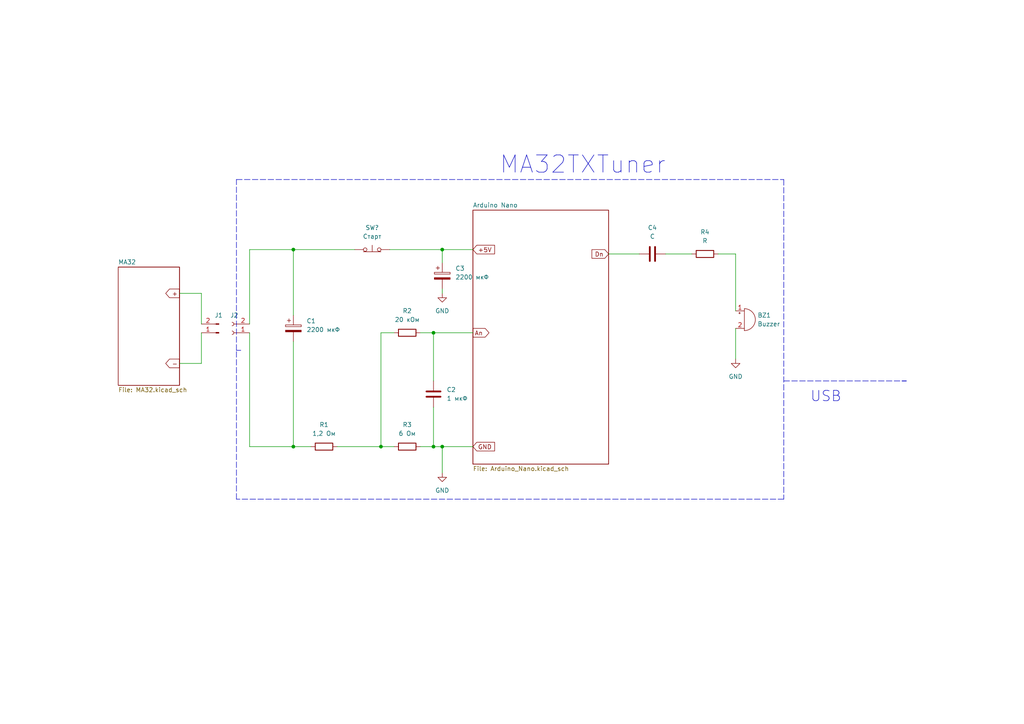
<source format=kicad_sch>
(kicad_sch (version 20211123) (generator eeschema)
  (paper "A4")
  (lib_symbols
    (symbol "Connector:Conn_01x02_Female" (pin_names (offset 1.016) hide)
      (property "Reference" "J" (at 0 2.54 0))
      (property "Value" "Conn_01x02_Female" (at 0 -5.08 0))
      (symbol "Conn_01x02_Female_1_1"
        (arc (start 0 -2.032) (mid -0.508 -2.54) (end 0 -3.048) (stroke (width 0.1524)))
        (polyline (pts (xy -1.27 -2.54) (xy -0.508 -2.54)) (stroke (width 0.1524)))
        (polyline (pts (xy -1.27 0) (xy -0.508 0)) (stroke (width 0.1524)))
        (arc (start 0 0.508) (mid -0.508 0) (end 0 -0.508) (stroke (width 0.1524)))
        (pin passive line (at -5.08 0 0) (length 3.81) (name "Pin_1") (number "1"))
        (pin passive line (at -5.08 -2.54 0) (length 3.81) (name "Pin_2") (number "2"))
      )
    )
    (symbol "Connector:Conn_01x02_Male" (pin_names (offset 1.016) hide)
      (property "Reference" "J" (at 0 2.54 0))
      (property "Value" "Conn_01x02_Male" (at 0 -5.08 0))
      (symbol "Conn_01x02_Male_1_1"
        (polyline (pts (xy 1.27 -2.54) (xy 0.8636 -2.54)) (stroke (width 0.1524)))
        (polyline (pts (xy 1.27 0) (xy 0.8636 0)) (stroke (width 0.1524)))
        (rectangle (start 0.8636 -2.413) (end 0 -2.667) (stroke (width 0.1524)) (fill (type outline)))
        (rectangle (start 0.8636 0.127) (end 0 -0.127) (stroke (width 0.1524)) (fill (type outline)))
        (pin passive line (at 5.08 0 180) (length 3.81) (name "Pin_1") (number "1"))
        (pin passive line (at 5.08 -2.54 180) (length 3.81) (name "Pin_2") (number "2"))
      )
    )
    (symbol "Device:Buzzer" (pin_names (offset 0.0254) hide)
      (property "Reference" "BZ" (at 3.81 1.27 0))
      (property "Value" "Buzzer" (at 3.81 -1.27 0))
      (symbol "Buzzer_0_1"
        (arc (start 0 -3.175) (mid 3.175 0) (end 0 3.175))
        (polyline (pts (xy -1.651 1.905) (xy -1.143 1.905)))
        (polyline (pts (xy -1.397 2.159) (xy -1.397 1.651)))
        (polyline (pts (xy 0 3.175) (xy 0 -3.175)))
      )
      (symbol "Buzzer_1_1"
        (pin passive line (at -2.54 2.54 0) (length 2.54) (name "-") (number "1"))
        (pin passive line (at -2.54 -2.54 0) (length 2.54) (name "+") (number "2"))
      )
    )
    (symbol "Device:C" (pin_numbers hide) (pin_names (offset 0.254))
      (property "Reference" "C" (at 0.635 2.54 0))
      (property "Value" "C" (at 0.635 -2.54 0))
      (symbol "C_0_1"
        (polyline (pts (xy -2.032 -0.762) (xy 2.032 -0.762)) (stroke (width 0.508)))
        (polyline (pts (xy -2.032 0.762) (xy 2.032 0.762)) (stroke (width 0.508)))
      )
      (symbol "C_1_1"
        (pin passive line (at 0 3.81 270) (length 2.794) (name "~") (number "1"))
        (pin passive line (at 0 -3.81 90) (length 2.794) (name "~") (number "2"))
      )
    )
    (symbol "Device:C_Polarized" (pin_numbers hide) (pin_names (offset 0.254))
      (property "Reference" "C" (at 0.635 2.54 0))
      (property "Value" "C_Polarized" (at 0.635 -2.54 0))
      (symbol "C_Polarized_0_1"
        (rectangle (start -2.286 0.508) (end 2.286 1.016))
        (polyline (pts (xy -1.778 2.286) (xy -0.762 2.286)))
        (polyline (pts (xy -1.27 2.794) (xy -1.27 1.778)))
        (rectangle (start 2.286 -0.508) (end -2.286 -1.016) (fill (type outline)))
      )
      (symbol "C_Polarized_1_1"
        (pin passive line (at 0 3.81 270) (length 2.794) (name "~") (number "1"))
        (pin passive line (at 0 -3.81 90) (length 2.794) (name "~") (number "2"))
      )
    )
    (symbol "Device:R" (pin_numbers hide) (pin_names (offset 0))
      (property "Reference" "R" (at 2.032 0 90))
      (property "Value" "R" (at 0 0 90))
      (symbol "R_0_1"
        (rectangle (start -1.016 -2.54) (end 1.016 2.54) (stroke (width 0.254)))
      )
      (symbol "R_1_1"
        (pin passive line (at 0 3.81 270) (length 1.27) (name "~") (number "1"))
        (pin passive line (at 0 -3.81 90) (length 1.27) (name "~") (number "2"))
      )
    )
    (symbol "Switch:SW_Push_Open" (pin_numbers hide) (pin_names (offset 1.016) hide)
      (property "Reference" "SW" (at 0 2.54 0))
      (property "Value" "SW_Push_Open" (at 0 -1.905 0))
      (symbol "SW_Push_Open_0_1"
        (circle (center -2.032 0) (radius 0.508))
        (polyline (pts (xy -2.54 -0.635) (xy 2.54 -0.635)))
        (polyline (pts (xy 0 -0.635) (xy 0 1.27)))
        (circle (center 2.032 0) (radius 0.508))
        (pin passive line (at -5.08 0 0) (length 2.54) (name "A") (number "1"))
      )
      (symbol "SW_Push_Open_1_1"
        (pin passive line (at 5.08 0 180) (length 2.54) (name "B") (number "2"))
      )
    )
    (symbol "power:GND" (power) (pin_names (offset 0))
      (property "Value" "GND" (at 0 -3.81 0))
      (symbol "GND_0_1"
        (polyline (pts (xy 0 0) (xy 0 -1.27) (xy 1.27 -1.27) (xy 0 -2.54) (xy -1.27 -1.27) (xy 0 -1.27)))
      )
      (symbol "GND_1_1"
        (pin power_in line (at 0 0 270) (length 0) hide (name "GND") (number "1"))
      )
    )
  )
  (junction (at 110.49 129.54))
  (junction (at 125.73 96.52))
  (junction (at 85.09 72.39))
  (junction (at 85.09 129.54))
  (junction (at 128.27 72.39))
  (junction (at 125.73 129.54))
  (junction (at 128.27 129.54))
  (polyline (pts (xy 227.33 110.49) (xy 262.89 110.49)))
  (wire (pts (xy 213.36 95.25) (xy 213.36 104.14)))
  (wire (pts (xy 110.49 129.54) (xy 114.3 129.54)))
  (wire (pts (xy 72.39 129.54) (xy 85.09 129.54)))
  (wire (pts (xy 58.42 96.52) (xy 58.42 105.41)))
  (wire (pts (xy 128.27 129.54) (xy 128.27 137.16)))
  (wire (pts (xy 85.09 99.06) (xy 85.09 129.54)))
  (polyline (pts (xy 68.58 144.78) (xy 68.58 101.6)))
  (wire (pts (xy 128.27 72.39) (xy 137.16 72.39)))
  (wire (pts (xy 121.92 129.54) (xy 125.73 129.54)))
  (wire (pts (xy 114.3 96.52) (xy 110.49 96.52)))
  (wire (pts (xy 110.49 96.52) (xy 110.49 129.54)))
  (polyline (pts (xy 261.62 110.49) (xy 262.89 110.49)))
  (wire (pts (xy 58.42 93.98) (xy 58.42 85.09)))
  (wire (pts (xy 72.39 72.39) (xy 72.39 93.98)))
  (wire (pts (xy 128.27 129.54) (xy 137.16 129.54)))
  (wire (pts (xy 58.42 85.09) (xy 52.07 85.09)))
  (wire (pts (xy 72.39 96.52) (xy 72.39 129.54)))
  (wire (pts (xy 125.73 110.49) (xy 125.73 96.52)))
  (wire (pts (xy 121.92 96.52) (xy 125.73 96.52)))
  (wire (pts (xy 85.09 129.54) (xy 90.17 129.54)))
  (wire (pts (xy 128.27 72.39) (xy 128.27 76.2)))
  (wire (pts (xy 85.09 72.39) (xy 85.09 91.44)))
  (polyline (pts (xy 227.33 144.78) (xy 68.58 144.78)))
  (wire (pts (xy 85.09 72.39) (xy 72.39 72.39)))
  (wire (pts (xy 125.73 96.52) (xy 137.16 96.52)))
  (wire (pts (xy 125.73 118.11) (xy 125.73 129.54)))
  (wire (pts (xy 193.04 73.66) (xy 200.66 73.66)))
  (wire (pts (xy 125.73 129.54) (xy 128.27 129.54)))
  (wire (pts (xy 176.53 73.66) (xy 185.42 73.66)))
  (wire (pts (xy 58.42 105.41) (xy 52.07 105.41)))
  (polyline (pts (xy 227.33 52.07) (xy 227.33 144.78)))
  (wire (pts (xy 128.27 83.82) (xy 128.27 85.09)))
  (wire (pts (xy 102.87 72.39) (xy 85.09 72.39)))
  (wire (pts (xy 208.28 73.66) (xy 213.36 73.66)))
  (polyline (pts (xy 68.58 101.6) (xy 68.58 52.07)))
  (wire (pts (xy 97.79 129.54) (xy 110.49 129.54)))
  (wire (pts (xy 113.03 72.39) (xy 128.27 72.39)))
  (polyline (pts (xy 68.58 101.6) (xy 69.85 101.6)))
  (polyline (pts (xy 68.58 52.07) (xy 227.33 52.07)))
  (wire (pts (xy 213.36 73.66) (xy 213.36 90.17)))
  (text "MA32TXTuner" (at 144.78 50.8 0) (effects (font (size 5 5)) (justify left bottom)))
  (text "USB" (at 234.95 116.84 0) (effects (font (size 3 3)) (justify left bottom)))
  (global_label "+" (shape output) (at 52.07 85.09 180) (property "Intersheet References" "${INTERSHEET_REFS}" (effects hide)))
  (global_label "GND" (shape input) (at 137.16 129.54 0) (property "Intersheet References" "${INTERSHEET_REFS}" (effects hide)))
  (global_label "-" (shape output) (at 52.07 105.41 180) (property "Intersheet References" "${INTERSHEET_REFS}" (effects hide)))
  (global_label "Dn" (shape input) (at 176.53 73.66 180) (property "Intersheet References" "${INTERSHEET_REFS}" (effects hide)))
  (global_label "+5V" (shape input) (at 137.16 72.39 0) (property "Intersheet References" "${INTERSHEET_REFS}" (effects hide)))
  (global_label "An" (shape output) (at 137.16 96.52 0) (property "Intersheet References" "${INTERSHEET_REFS}" (effects hide)))
  (symbol (lib_id "power:GND") (at 128.27 85.09 0) (unit 1)
    (property "Reference" "#PWR01" (effects hide))
    (property "Value" "GND" (at 128.27 90.17 0))
  )
  (symbol (lib_id "Device:Buzzer") (at 215.9 92.71 0) (unit 1)
    (property "Reference" "BZ1" (at 219.71 91.4399 0) (effects (justify left)))
    (property "Value" "Buzzer" (at 219.71 93.9799 0) (effects (justify left)))
  )
  (symbol (lib_id "power:GND") (at 128.27 137.16 0) (unit 1)
    (property "Reference" "#PWR02" (effects hide))
    (property "Value" "GND" (at 128.27 142.24 0))
  )
  (symbol (lib_id "Connector:Conn_01x02_Female") (at 67.31 96.52 180) (unit 1)
    (property "Reference" "J2" (at 67.945 91.44 0))
    (property "Value" "Conn_01x02_Female" (effects hide))
  )
  (symbol (lib_id "Device:R") (at 118.11 129.54 270) (unit 1)
    (property "Reference" "R3" (at 118.11 123.19 90))
    (property "Value" "6 Ом" (at 118.11 125.73 90))
  )
  (symbol (lib_id "Device:C_Polarized") (at 85.09 95.25 0) (unit 1)
    (property "Reference" "C1" (at 88.9 93.0909 0) (effects (justify left)))
    (property "Value" "2200 мкФ" (at 88.9 95.6309 0) (effects (justify left)))
  )
  (symbol (lib_id "Device:C") (at 189.23 73.66 90) (unit 1)
    (property "Reference" "C4" (at 189.23 66.04 90))
    (property "Value" "C" (at 189.23 68.58 90))
  )
  (symbol (lib_id "Device:R") (at 93.98 129.54 90) (unit 1)
    (property "Reference" "R1" (at 93.98 123.19 90))
    (property "Value" "1,2 Ом" (at 93.98 125.73 90))
  )
  (symbol (lib_id "power:GND") (at 213.36 104.14 0) (unit 1)
    (property "Reference" "#PWR03" (effects hide))
    (property "Value" "GND" (at 213.36 109.22 0))
  )
  (symbol (lib_id "Device:R") (at 118.11 96.52 90) (unit 1)
    (property "Reference" "R2" (at 118.11 90.17 90))
    (property "Value" "20 кОм" (at 118.11 92.71 90))
  )
  (symbol (lib_id "Device:R") (at 204.47 73.66 90) (unit 1)
    (property "Reference" "R4" (at 204.47 67.31 90))
    (property "Value" "R" (at 204.47 69.85 90))
  )
  (symbol (lib_id "Switch:SW_Push_Open") (at 107.95 72.39 0) (unit 1)
    (property "Reference" "SW?" (at 107.95 66.04 0))
    (property "Value" "Старт" (at 107.95 68.58 0))
  )
  (symbol (lib_id "Device:C") (at 125.73 114.3 0) (unit 1)
    (property "Reference" "C2" (at 129.54 113.0299 0) (effects (justify left)))
    (property "Value" "1 мкФ" (at 129.54 115.5699 0) (effects (justify left)))
  )
  (symbol (lib_id "Device:C_Polarized") (at 128.27 80.01 0) (unit 1)
    (property "Reference" "C3" (at 132.08 77.8509 0) (effects (justify left)))
    (property "Value" "2200 мкФ" (at 132.08 80.3909 0) (effects (justify left)))
  )
  (symbol (lib_id "Connector:Conn_01x02_Male") (at 63.5 96.52 180) (unit 1)
    (property "Reference" "J1" (at 62.23 91.44 0) (effects (justify right)))
    (property "Value" "Conn_01x02_Male" (effects hide))
  )
  (sheet (at 34.29 77.47) (size 17.78 34.29) (stroke (width 0.1524))
    (property "Sheet name" "MA32" (at 34.29 76.7584 0) (effects (justify left bottom)))
    (property "Sheet file" "MA32.kicad_sch" (at 34.29 112.3446 0) (effects (justify left top)))
  )
  (sheet (at 137.16 60.96) (size 39.37 73.66) (stroke (width 0.1524))
    (property "Sheet name" "Arduino Nano" (at 137.16 60.2484 0) (effects (justify left bottom)))
    (property "Sheet file" "Arduino_Nano.kicad_sch" (at 137.16 135.2046 0) (effects (justify left top)))
  )
)
</source>
